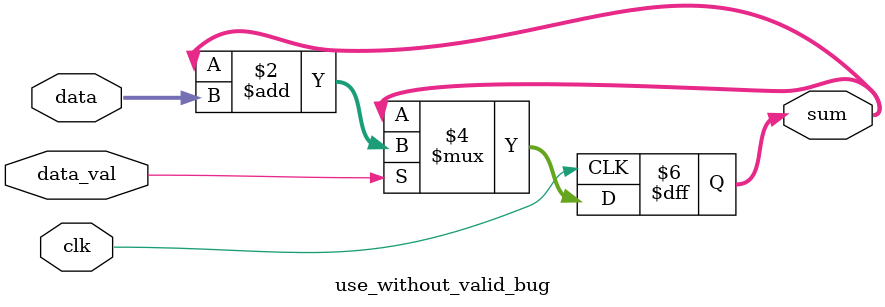
<source format=v>
module use_without_valid_bug (
    input             clk,
    input   [31:0]    data,
    input             data_val,
    output reg [31:0] sum,
);

    always @(posedge clk) begin
        if (data_val) sum <= sum + data;
        else sum <= sum;
    end
endmodule
</source>
